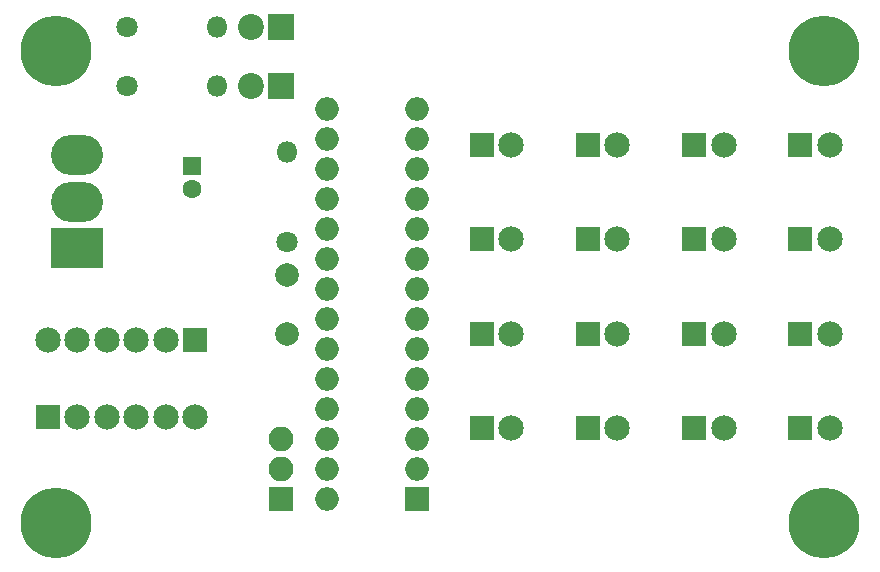
<source format=gbr>
G04 #@! TF.GenerationSoftware,KiCad,Pcbnew,(5.0.0)*
G04 #@! TF.CreationDate,2018-12-11T22:23:17+01:00*
G04 #@! TF.ProjectId,TLC5940_LED_driver_board-rev_1.0,544C43353934305F4C45445F64726976,rev?*
G04 #@! TF.SameCoordinates,Original*
G04 #@! TF.FileFunction,Soldermask,Bot*
G04 #@! TF.FilePolarity,Negative*
%FSLAX46Y46*%
G04 Gerber Fmt 4.6, Leading zero omitted, Abs format (unit mm)*
G04 Created by KiCad (PCBNEW (5.0.0)) date 12/11/18 22:23:17*
%MOMM*%
%LPD*%
G01*
G04 APERTURE LIST*
%ADD10O,2.000000X2.000000*%
%ADD11R,2.000000X2.000000*%
%ADD12R,2.150000X2.150000*%
%ADD13C,2.150000*%
%ADD14C,6.000000*%
%ADD15C,1.600000*%
%ADD16R,1.600000X1.600000*%
%ADD17O,2.100000X2.100000*%
%ADD18R,2.100000X2.100000*%
%ADD19O,1.800000X1.800000*%
%ADD20C,1.800000*%
%ADD21O,4.400000X3.400000*%
%ADD22R,4.400000X3.400000*%
%ADD23C,2.200000*%
%ADD24R,2.200000X2.200000*%
%ADD25C,2.000000*%
G04 APERTURE END LIST*
D10*
G04 #@! TO.C,U1*
X42880000Y-58000000D03*
X50500000Y-24980000D03*
X42880000Y-55460000D03*
X50500000Y-27520000D03*
X42880000Y-52920000D03*
X50500000Y-30060000D03*
X42880000Y-50380000D03*
X50500000Y-32600000D03*
X42880000Y-47840000D03*
X50500000Y-35140000D03*
X42880000Y-45300000D03*
X50500000Y-37680000D03*
X42880000Y-42760000D03*
X50500000Y-40220000D03*
X42880000Y-40220000D03*
X50500000Y-42760000D03*
X42880000Y-37680000D03*
X50500000Y-45300000D03*
X42880000Y-35140000D03*
X50500000Y-47840000D03*
X42880000Y-32600000D03*
X50500000Y-50380000D03*
X42880000Y-30060000D03*
X50500000Y-52920000D03*
X42880000Y-27520000D03*
X50500000Y-55460000D03*
X42880000Y-24980000D03*
D11*
X50500000Y-58000000D03*
G04 #@! TD*
D12*
G04 #@! TO.C,J4*
X83000000Y-44000000D03*
D13*
X85500000Y-44000000D03*
G04 #@! TD*
D12*
G04 #@! TO.C,J11*
X56000000Y-36000000D03*
D13*
X58500000Y-36000000D03*
G04 #@! TD*
D14*
G04 #@! TO.C,REF\002A\002A*
X20000000Y-20000000D03*
G04 #@! TD*
G04 #@! TO.C,REF\002A\002A*
X85000000Y-60000000D03*
G04 #@! TD*
G04 #@! TO.C,REF\002A\002A*
X20000000Y-60000000D03*
G04 #@! TD*
D15*
G04 #@! TO.C,C2*
X31500000Y-31750000D03*
D16*
X31500000Y-29750000D03*
G04 #@! TD*
D12*
G04 #@! TO.C,J0*
X83000000Y-52000000D03*
D13*
X85500000Y-52000000D03*
G04 #@! TD*
G04 #@! TO.C,J1*
X76500000Y-52000000D03*
D12*
X74000000Y-52000000D03*
G04 #@! TD*
G04 #@! TO.C,J2*
X65000000Y-52000000D03*
D13*
X67500000Y-52000000D03*
G04 #@! TD*
G04 #@! TO.C,J3*
X58500000Y-52000000D03*
D12*
X56000000Y-52000000D03*
G04 #@! TD*
D13*
G04 #@! TO.C,J5*
X76500000Y-44000000D03*
D12*
X74000000Y-44000000D03*
G04 #@! TD*
G04 #@! TO.C,J6*
X65000000Y-44000000D03*
D13*
X67500000Y-44000000D03*
G04 #@! TD*
G04 #@! TO.C,J7*
X58500000Y-44000000D03*
D12*
X56000000Y-44000000D03*
G04 #@! TD*
G04 #@! TO.C,J8*
X83000000Y-36000000D03*
D13*
X85500000Y-36000000D03*
G04 #@! TD*
G04 #@! TO.C,J9*
X76500000Y-36000000D03*
D12*
X74000000Y-36000000D03*
G04 #@! TD*
D13*
G04 #@! TO.C,J10*
X67500000Y-36000000D03*
D12*
X65000000Y-36000000D03*
G04 #@! TD*
D13*
G04 #@! TO.C,J12*
X85500000Y-28000000D03*
D12*
X83000000Y-28000000D03*
G04 #@! TD*
G04 #@! TO.C,J13*
X74000000Y-28000000D03*
D13*
X76500000Y-28000000D03*
G04 #@! TD*
G04 #@! TO.C,J14*
X67500000Y-28000000D03*
D12*
X65000000Y-28000000D03*
G04 #@! TD*
G04 #@! TO.C,J15*
X56000000Y-28000000D03*
D13*
X58500000Y-28000000D03*
G04 #@! TD*
D17*
G04 #@! TO.C,J16*
X39000000Y-52920000D03*
X39000000Y-55460000D03*
D18*
X39000000Y-58000000D03*
G04 #@! TD*
D12*
G04 #@! TO.C,J17*
X19266702Y-50997261D03*
D13*
X21766702Y-50997261D03*
X24266702Y-50997261D03*
X26766702Y-50997261D03*
X29266702Y-50997261D03*
X31766702Y-50997261D03*
G04 #@! TD*
G04 #@! TO.C,J18*
X19266702Y-44497261D03*
X21766702Y-44497261D03*
X24266702Y-44497261D03*
X26766702Y-44497261D03*
X29266702Y-44497261D03*
D12*
X31766702Y-44497261D03*
G04 #@! TD*
D19*
G04 #@! TO.C,R1*
X39500000Y-28600400D03*
D20*
X39500000Y-36220400D03*
G04 #@! TD*
D14*
G04 #@! TO.C,REF\002A\002A*
X85000000Y-20000000D03*
G04 #@! TD*
D21*
G04 #@! TO.C,J20*
X21750000Y-28825200D03*
X21750000Y-32787600D03*
D22*
X21750000Y-36750000D03*
G04 #@! TD*
D23*
G04 #@! TO.C,D1*
X36460000Y-23000000D03*
D24*
X39000000Y-23000000D03*
G04 #@! TD*
G04 #@! TO.C,D2*
X39000000Y-18000000D03*
D23*
X36460000Y-18000000D03*
G04 #@! TD*
D20*
G04 #@! TO.C,R2*
X26000000Y-23000000D03*
D19*
X33620000Y-23000000D03*
G04 #@! TD*
G04 #@! TO.C,R3*
X33620000Y-18000000D03*
D20*
X26000000Y-18000000D03*
G04 #@! TD*
D25*
G04 #@! TO.C,C1*
X39500000Y-44000000D03*
X39500000Y-39000000D03*
G04 #@! TD*
M02*

</source>
